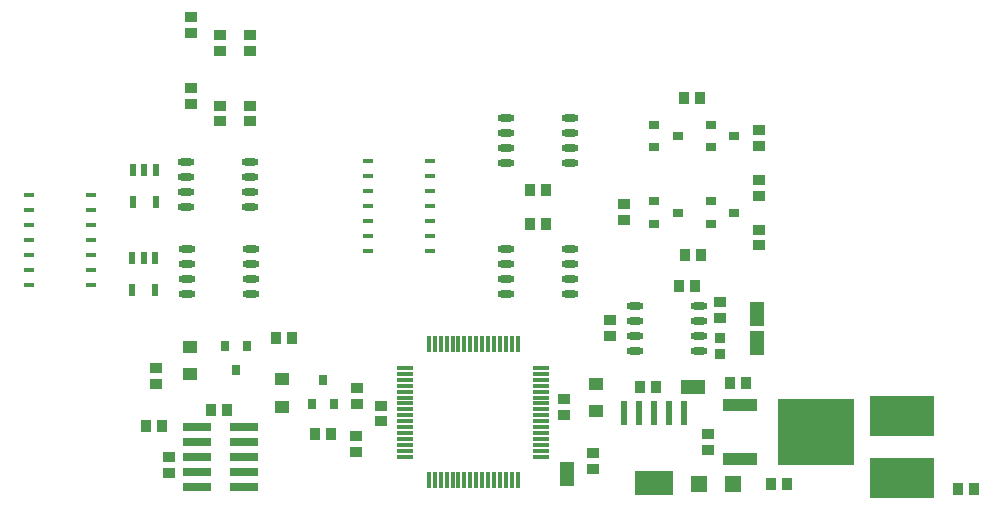
<source format=gbr>
%TF.GenerationSoftware,Altium Limited,Altium Designer,19.0.10 (269)*%
G04 Layer_Color=8421504*
%FSLAX26Y26*%
%MOIN*%
%TF.FileFunction,Paste,Top*%
%TF.Part,Single*%
G01*
G75*
%TA.AperFunction,SMDPad,CuDef*%
%ADD10R,0.039370X0.035433*%
%ADD11R,0.037402X0.033465*%
%ADD12R,0.118110X0.039370*%
%ADD13R,0.251969X0.218504*%
%ADD14R,0.035000X0.016535*%
%ADD15O,0.057087X0.023622*%
%ADD16R,0.035433X0.039370*%
%ADD17R,0.035433X0.031496*%
%ADD18R,0.031496X0.035433*%
%ADD19R,0.051181X0.043307*%
%ADD20R,0.094488X0.029921*%
%ADD21R,0.080709X0.045276*%
%ADD22R,0.045276X0.080709*%
%ADD23R,0.053150X0.011811*%
%ADD24R,0.011811X0.053150*%
%ADD25R,0.023622X0.082677*%
%ADD26R,0.125984X0.082677*%
%TA.AperFunction,ConnectorPad*%
%ADD27R,0.053150X0.057087*%
%TA.AperFunction,SMDPad,CuDef*%
%ADD28R,0.214567X0.137795*%
%ADD29R,0.023622X0.039370*%
D10*
X1220472Y1621063D02*
D03*
Y1567913D02*
D03*
X1318898Y1562008D02*
D03*
Y1508858D02*
D03*
X1417323D02*
D03*
Y1562008D02*
D03*
Y1272638D02*
D03*
Y1325787D02*
D03*
X1220472Y1384842D02*
D03*
Y1331693D02*
D03*
X1318898Y1325787D02*
D03*
Y1272638D02*
D03*
X3113189Y912402D02*
D03*
Y859252D02*
D03*
Y1076772D02*
D03*
Y1023622D02*
D03*
X3114173Y1189961D02*
D03*
Y1243110D02*
D03*
X2559055Y168307D02*
D03*
Y115157D02*
D03*
X2618110Y609252D02*
D03*
Y556102D02*
D03*
X2984252Y669291D02*
D03*
Y616142D02*
D03*
X1145669Y99582D02*
D03*
Y152732D02*
D03*
X1771653Y170276D02*
D03*
Y223425D02*
D03*
X1775591Y331693D02*
D03*
Y384843D02*
D03*
X1102362Y451772D02*
D03*
Y398622D02*
D03*
X1854331Y325788D02*
D03*
Y272638D02*
D03*
X2464567Y346457D02*
D03*
Y293307D02*
D03*
X2944882Y178150D02*
D03*
Y231299D02*
D03*
X2663917Y942913D02*
D03*
Y996063D02*
D03*
D11*
X2984252Y499016D02*
D03*
Y550197D02*
D03*
D12*
X3049213Y328346D02*
D03*
Y148031D02*
D03*
D13*
X3303150Y238189D02*
D03*
D14*
X2015748Y840077D02*
D03*
Y890077D02*
D03*
Y940077D02*
D03*
Y990077D02*
D03*
Y1040077D02*
D03*
Y1090077D02*
D03*
Y1140077D02*
D03*
X1811024Y840077D02*
D03*
Y890077D02*
D03*
Y940077D02*
D03*
Y990077D02*
D03*
Y1040077D02*
D03*
Y1090077D02*
D03*
Y1140077D02*
D03*
X681102Y1027953D02*
D03*
Y977953D02*
D03*
Y927953D02*
D03*
Y877953D02*
D03*
Y827953D02*
D03*
Y777953D02*
D03*
Y727953D02*
D03*
X885827Y1027953D02*
D03*
Y977953D02*
D03*
Y927953D02*
D03*
Y877953D02*
D03*
Y827953D02*
D03*
Y777953D02*
D03*
Y727953D02*
D03*
D15*
X2485236Y1133661D02*
D03*
Y1183661D02*
D03*
Y1233661D02*
D03*
Y1283661D02*
D03*
X2270669Y1133661D02*
D03*
Y1183661D02*
D03*
Y1233661D02*
D03*
Y1283661D02*
D03*
X2485236Y696213D02*
D03*
Y746213D02*
D03*
Y796213D02*
D03*
Y846213D02*
D03*
X2270669Y696213D02*
D03*
Y746213D02*
D03*
Y796213D02*
D03*
Y846213D02*
D03*
X1203740Y1137992D02*
D03*
Y1087992D02*
D03*
Y1037992D02*
D03*
Y987992D02*
D03*
X1418307Y1137992D02*
D03*
Y1087992D02*
D03*
Y1037992D02*
D03*
Y987992D02*
D03*
X1207677Y846654D02*
D03*
Y796654D02*
D03*
Y746654D02*
D03*
Y696654D02*
D03*
X1422244Y846654D02*
D03*
Y796654D02*
D03*
Y746654D02*
D03*
Y696654D02*
D03*
X2914370Y507677D02*
D03*
Y557677D02*
D03*
Y607677D02*
D03*
Y657677D02*
D03*
X2699803Y507677D02*
D03*
Y557677D02*
D03*
Y607677D02*
D03*
Y657677D02*
D03*
D16*
X2404528Y931102D02*
D03*
X2351378D02*
D03*
X2404528Y1043307D02*
D03*
X2351378D02*
D03*
X2920276Y826772D02*
D03*
X2867126D02*
D03*
X1504921Y549913D02*
D03*
X1558071D02*
D03*
X2770669Y385827D02*
D03*
X2717520D02*
D03*
X2900590Y724409D02*
D03*
X2847441D02*
D03*
X3016732Y401575D02*
D03*
X3069882D02*
D03*
X1071850Y255905D02*
D03*
X1125000D02*
D03*
X1341535Y311024D02*
D03*
X1288386D02*
D03*
X1634842Y230709D02*
D03*
X1687992D02*
D03*
X3206693Y62992D02*
D03*
X3153543D02*
D03*
X3830709Y47244D02*
D03*
X3777559D02*
D03*
X2864173Y1350394D02*
D03*
X2917323D02*
D03*
D17*
X2763780Y1005906D02*
D03*
Y931102D02*
D03*
X2842520Y968504D02*
D03*
X2952756Y1005906D02*
D03*
Y931102D02*
D03*
X3031496Y968504D02*
D03*
X2763780Y1261811D02*
D03*
Y1187008D02*
D03*
X2842520Y1224409D02*
D03*
X2952756Y1261811D02*
D03*
Y1187008D02*
D03*
X3031496Y1224409D02*
D03*
D18*
X1407480Y523622D02*
D03*
X1332677D02*
D03*
X1370079Y444882D02*
D03*
X1661417Y409449D02*
D03*
X1698819Y330709D02*
D03*
X1624016D02*
D03*
D19*
X1216535Y521654D02*
D03*
Y431102D02*
D03*
X2570866Y397638D02*
D03*
Y307087D02*
D03*
X1523622Y322277D02*
D03*
Y412829D02*
D03*
D20*
X1242126Y253543D02*
D03*
X1395669D02*
D03*
X1242126Y203543D02*
D03*
X1395669D02*
D03*
X1242126Y153543D02*
D03*
X1395669D02*
D03*
X1242126Y103543D02*
D03*
X1395669D02*
D03*
X1242126Y53543D02*
D03*
X1395669D02*
D03*
D21*
X2893701Y385827D02*
D03*
D22*
X3106299Y629921D02*
D03*
Y535433D02*
D03*
X2472441Y98425D02*
D03*
D23*
X2387795Y155512D02*
D03*
Y175197D02*
D03*
Y194882D02*
D03*
Y214567D02*
D03*
Y234252D02*
D03*
Y253937D02*
D03*
Y273622D02*
D03*
Y293307D02*
D03*
Y312992D02*
D03*
Y332677D02*
D03*
Y352362D02*
D03*
Y372047D02*
D03*
Y391732D02*
D03*
Y411417D02*
D03*
Y431102D02*
D03*
Y450787D02*
D03*
X1935039D02*
D03*
Y431102D02*
D03*
Y411417D02*
D03*
Y391732D02*
D03*
Y372047D02*
D03*
Y352362D02*
D03*
Y332677D02*
D03*
Y312992D02*
D03*
Y293307D02*
D03*
Y273622D02*
D03*
Y253937D02*
D03*
Y234252D02*
D03*
Y214567D02*
D03*
Y194882D02*
D03*
Y175197D02*
D03*
Y155512D02*
D03*
D24*
X2309055Y529528D02*
D03*
X2289370D02*
D03*
X2269685D02*
D03*
X2250000D02*
D03*
X2230315D02*
D03*
X2210630D02*
D03*
X2190945D02*
D03*
X2171260D02*
D03*
X2151575D02*
D03*
X2131890D02*
D03*
X2112205D02*
D03*
X2092520D02*
D03*
X2072835D02*
D03*
X2053150D02*
D03*
X2033465D02*
D03*
X2013780D02*
D03*
Y76772D02*
D03*
X2033465D02*
D03*
X2053150D02*
D03*
X2072835D02*
D03*
X2092520D02*
D03*
X2112205D02*
D03*
X2131890D02*
D03*
X2151575D02*
D03*
X2171260D02*
D03*
X2190945D02*
D03*
X2210630D02*
D03*
X2230315D02*
D03*
X2250000D02*
D03*
X2269685D02*
D03*
X2289370D02*
D03*
X2309055D02*
D03*
D25*
X2864764Y300197D02*
D03*
X2814764D02*
D03*
X2764764D02*
D03*
X2714764D02*
D03*
X2664764D02*
D03*
D26*
X2764764Y65945D02*
D03*
D27*
X2912402Y62992D02*
D03*
X3028543D02*
D03*
D28*
X3590551Y83662D02*
D03*
Y290354D02*
D03*
D29*
X1102362Y1112205D02*
D03*
X1064961D02*
D03*
X1027559D02*
D03*
Y1003937D02*
D03*
X1102362D02*
D03*
X1100394Y817913D02*
D03*
X1062992D02*
D03*
X1025591D02*
D03*
Y709646D02*
D03*
X1100394D02*
D03*
%TF.MD5,f03ea359ae4c630b9ff977076ab18a78*%
M02*

</source>
